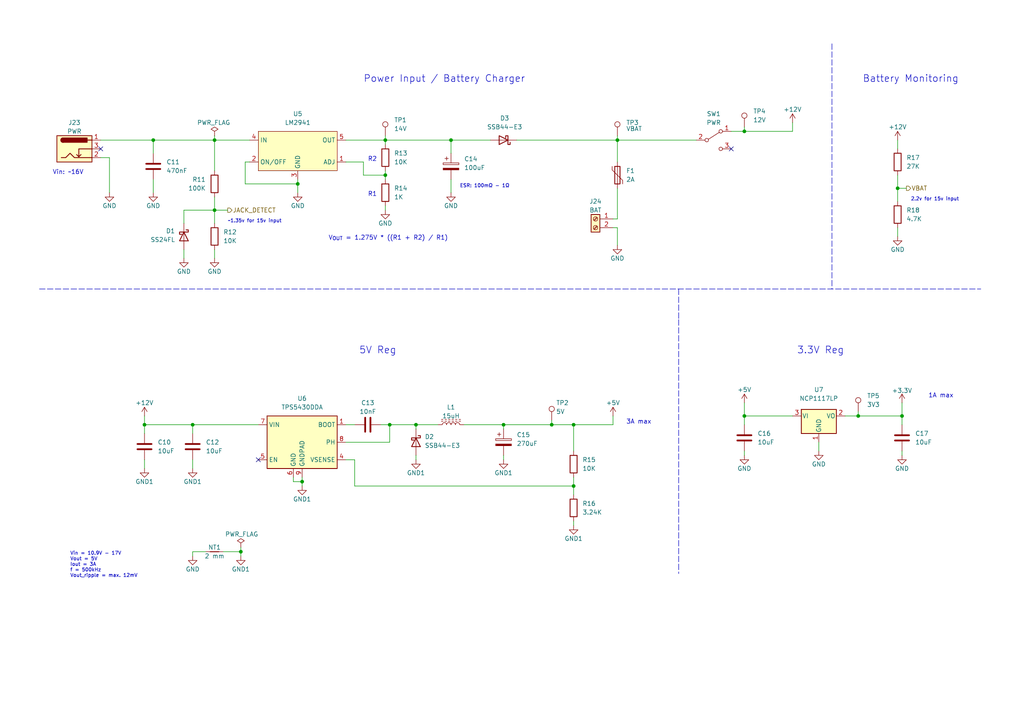
<source format=kicad_sch>
(kicad_sch (version 20211123) (generator eeschema)
  (paper "A4")
  (title_block (title "SW32 - Base Board") (date "2022-10-19") (rev "1") (company "saawsm"))
  (lib_symbols
    (symbol "Connector:Barrel_Jack_Switch" (pin_names hide)
      (property "Reference" "J" (at 0 5.334 0))
      (property "Value" "Barrel_Jack_Switch" (at 0 -5.08 0))
      (symbol "Barrel_Jack_Switch_0_1"
        (rectangle (start -5.08 3.81) (end 5.08 -3.81) (stroke (width 0.254)) (fill (type background)))
        (arc (start -3.302 3.175) (mid -3.937 2.54) (end -3.302 1.905) (stroke (width 0.254)))
        (arc (start -3.302 3.175) (mid -3.937 2.54) (end -3.302 1.905) (stroke (width 0.254)) (fill (type outline)))
        (polyline (pts (xy 1.27 -2.286) (xy 1.905 -1.651)) (stroke (width 0.254)))
        (polyline (pts (xy 5.08 2.54) (xy 3.81 2.54)) (stroke (width 0.254)))
        (polyline (pts (xy 5.08 0) (xy 1.27 0) (xy 1.27 -2.286) (xy 0.635 -1.651)) (stroke (width 0.254)))
        (polyline (pts (xy -3.81 -2.54) (xy -2.54 -2.54) (xy -1.27 -1.27) (xy 0 -2.54) (xy 2.54 -2.54) (xy 5.08 -2.54)) (stroke (width 0.254)))
        (rectangle (start 3.683 3.175) (end -3.302 1.905) (stroke (width 0.254)) (fill (type outline)))
      )
      (symbol "Barrel_Jack_Switch_1_1"
        (pin passive line (at 7.62 2.54 180) (length 2.54) (name "~") (number "1"))
        (pin passive line (at 7.62 -2.54 180) (length 2.54) (name "~") (number "2"))
        (pin passive line (at 7.62 0 180) (length 2.54) (name "~") (number "3"))
      )
    )
    (symbol "Connector:Screw_Terminal_01x02" (pin_names (offset 1.016) hide)
      (property "Reference" "J" (at 0 2.54 0))
      (property "Value" "Screw_Terminal_01x02" (at 0 -5.08 0))
      (symbol "Screw_Terminal_01x02_1_1"
        (rectangle (start -1.27 1.27) (end 1.27 -3.81) (stroke (width 0.254)) (fill (type background)))
        (circle (center 0 -2.54) (radius 0.635) (stroke (width 0.1524)))
        (polyline (pts (xy -0.5334 -2.2098) (xy 0.3302 -3.048)) (stroke (width 0.1524)))
        (polyline (pts (xy -0.5334 0.3302) (xy 0.3302 -0.508)) (stroke (width 0.1524)))
        (polyline (pts (xy -0.3556 -2.032) (xy 0.508 -2.8702)) (stroke (width 0.1524)))
        (polyline (pts (xy -0.3556 0.508) (xy 0.508 -0.3302)) (stroke (width 0.1524)))
        (circle (center 0 0) (radius 0.635) (stroke (width 0.1524)))
        (pin passive line (at -5.08 0 0) (length 3.81) (name "Pin_1") (number "1"))
        (pin passive line (at -5.08 -2.54 0) (length 3.81) (name "Pin_2") (number "2"))
      )
    )
    (symbol "Connector:TestPoint" (pin_numbers hide) (pin_names (offset 0.762) hide)
      (property "Reference" "TP" (at 0 6.858 0))
      (property "Value" "TestPoint" (at 0 5.08 0))
      (symbol "TestPoint_0_1"
        (circle (center 0 3.302) (radius 0.762))
      )
      (symbol "TestPoint_1_1"
        (pin passive line (at 0 0 90) (length 2.54) (name "1") (number "1"))
      )
    )
    (symbol "Device:C" (pin_numbers hide) (pin_names (offset 0.254))
      (property "Reference" "C" (at 0.635 2.54 0))
      (property "Value" "C" (at 0.635 -2.54 0))
      (symbol "C_0_1"
        (polyline (pts (xy -2.032 -0.762) (xy 2.032 -0.762)) (stroke (width 0.508)))
        (polyline (pts (xy -2.032 0.762) (xy 2.032 0.762)) (stroke (width 0.508)))
      )
      (symbol "C_1_1"
        (pin passive line (at 0 3.81 270) (length 2.794) (name "~") (number "1"))
        (pin passive line (at 0 -3.81 90) (length 2.794) (name "~") (number "2"))
      )
    )
    (symbol "Device:C_Polarized" (pin_numbers hide) (pin_names (offset 0.254))
      (property "Reference" "C" (at 0.635 2.54 0))
      (property "Value" "C_Polarized" (at 0.635 -2.54 0))
      (symbol "C_Polarized_0_1"
        (rectangle (start -2.286 0.508) (end 2.286 1.016))
        (polyline (pts (xy -1.778 2.286) (xy -0.762 2.286)))
        (polyline (pts (xy -1.27 2.794) (xy -1.27 1.778)))
        (rectangle (start 2.286 -0.508) (end -2.286 -1.016) (fill (type outline)))
      )
      (symbol "C_Polarized_1_1"
        (pin passive line (at 0 3.81 270) (length 2.794) (name "~") (number "1"))
        (pin passive line (at 0 -3.81 90) (length 2.794) (name "~") (number "2"))
      )
    )
    (symbol "Device:D_Schottky" (pin_numbers hide) (pin_names (offset 1.016) hide)
      (property "Reference" "D" (at 0 2.54 0))
      (property "Value" "D_Schottky" (at 0 -2.54 0))
      (symbol "D_Schottky_0_1"
        (polyline (pts (xy 1.27 0) (xy -1.27 0)))
        (polyline (pts (xy 1.27 1.27) (xy 1.27 -1.27) (xy -1.27 0) (xy 1.27 1.27)) (stroke (width 0.254)))
        (polyline (pts (xy -1.905 0.635) (xy -1.905 1.27) (xy -1.27 1.27) (xy -1.27 -1.27) (xy -0.635 -1.27) (xy -0.635 -0.635)) (stroke (width 0.254)))
      )
      (symbol "D_Schottky_1_1"
        (pin passive line (at -3.81 0 0) (length 2.54) (name "K") (number "1"))
        (pin passive line (at 3.81 0 180) (length 2.54) (name "A") (number "2"))
      )
    )
    (symbol "Device:L_Ferrite" (pin_numbers hide) (pin_names (offset 1.016) hide)
      (property "Reference" "L" (at -1.27 0 90))
      (property "Value" "L_Ferrite" (at 2.794 0 90))
      (symbol "L_Ferrite_0_1"
        (arc (start 0 -2.54) (mid 0.635 -1.905) (end 0 -1.27))
        (arc (start 0 -1.27) (mid 0.635 -0.635) (end 0 0))
        (polyline (pts (xy 1.016 -2.794) (xy 1.016 -2.286)))
        (polyline (pts (xy 1.016 -1.778) (xy 1.016 -1.27)))
        (polyline (pts (xy 1.016 -0.762) (xy 1.016 -0.254)))
        (polyline (pts (xy 1.016 0.254) (xy 1.016 0.762)))
        (polyline (pts (xy 1.016 1.27) (xy 1.016 1.778)))
        (polyline (pts (xy 1.016 2.286) (xy 1.016 2.794)))
        (polyline (pts (xy 1.524 -2.286) (xy 1.524 -2.794)))
        (polyline (pts (xy 1.524 -1.27) (xy 1.524 -1.778)))
        (polyline (pts (xy 1.524 -0.254) (xy 1.524 -0.762)))
        (polyline (pts (xy 1.524 0.762) (xy 1.524 0.254)))
        (polyline (pts (xy 1.524 1.778) (xy 1.524 1.27)))
        (polyline (pts (xy 1.524 2.794) (xy 1.524 2.286)))
        (arc (start 0 0) (mid 0.635 0.635) (end 0 1.27))
        (arc (start 0 1.27) (mid 0.635 1.905) (end 0 2.54))
      )
      (symbol "L_Ferrite_1_1"
        (pin passive line (at 0 3.81 270) (length 1.27) (name "1") (number "1"))
        (pin passive line (at 0 -3.81 90) (length 1.27) (name "2") (number "2"))
      )
    )
    (symbol "Device:NetTie_2" (pin_numbers hide) (pin_names (offset 0) hide)
      (property "Reference" "NT" (at 0 1.27 0))
      (property "Value" "NetTie_2" (at 0 -1.27 0))
      (symbol "NetTie_2_0_1"
        (polyline (pts (xy -1.27 0) (xy 1.27 0)) (stroke (width 0.254)))
      )
      (symbol "NetTie_2_1_1"
        (pin passive line (at -2.54 0 0) (length 2.54) (name "1") (number "1"))
        (pin passive line (at 2.54 0 180) (length 2.54) (name "2") (number "2"))
      )
    )
    (symbol "Device:Polyfuse" (pin_numbers hide) (pin_names (offset 0))
      (property "Reference" "F" (at -2.54 0 90))
      (property "Value" "Polyfuse" (at 2.54 0 90))
      (symbol "Polyfuse_0_1"
        (rectangle (start -0.762 2.54) (end 0.762 -2.54) (stroke (width 0.254)))
        (polyline (pts (xy 0 2.54) (xy 0 -2.54)))
        (polyline (pts (xy -1.524 2.54) (xy -1.524 1.524) (xy 1.524 -1.524) (xy 1.524 -2.54)))
      )
      (symbol "Polyfuse_1_1"
        (pin passive line (at 0 3.81 270) (length 1.27) (name "~") (number "1"))
        (pin passive line (at 0 -3.81 90) (length 1.27) (name "~") (number "2"))
      )
    )
    (symbol "Device:R" (pin_numbers hide) (pin_names (offset 0))
      (property "Reference" "R" (at 2.032 0 90))
      (property "Value" "R" (at 0 0 90))
      (symbol "R_0_1"
        (rectangle (start -1.016 -2.54) (end 1.016 2.54) (stroke (width 0.254)))
      )
      (symbol "R_1_1"
        (pin passive line (at 0 3.81 270) (length 1.27) (name "~") (number "1"))
        (pin passive line (at 0 -3.81 90) (length 1.27) (name "~") (number "2"))
      )
    )
    (symbol "Regulator_Linear:NCP1117-3.3_SOT223" (pin_names (offset 0.254))
      (property "Reference" "U" (at -3.81 3.175 0))
      (property "Value" "NCP1117-3.3_SOT223" (at 0 3.175 0))
      (symbol "NCP1117-3.3_SOT223_0_1"
        (rectangle (start -5.08 -5.08) (end 5.08 1.905) (stroke (width 0.254)) (fill (type background)))
      )
      (symbol "NCP1117-3.3_SOT223_1_1"
        (pin power_in line (at 0 -7.62 90) (length 2.54) (name "GND") (number "1"))
        (pin power_out line (at 7.62 0 180) (length 2.54) (name "VO") (number "2"))
        (pin power_in line (at -7.62 0 0) (length 2.54) (name "VI") (number "3"))
      )
    )
    (symbol "Regulator_Switching:TPS5430DDA"
      (property "Reference" "U" (at -10.16 8.89 0))
      (property "Value" "TPS5430DDA" (at -1.27 8.89 0))
      (symbol "TPS5430DDA_0_1"
        (rectangle (start -10.16 7.62) (end 10.16 -7.62) (stroke (width 0.254)) (fill (type background)))
      )
      (symbol "TPS5430DDA_1_1"
        (pin input line (at 12.7 5.08 180) (length 2.54) (name "BOOT") (number "1"))
        (pin no_connect line (at -10.16 2.54 0) (length 2.54) hide (name "NC") (number "2"))
        (pin no_connect line (at -10.16 -2.54 0) (length 2.54) hide (name "NC") (number "3"))
        (pin input line (at 12.7 -5.08 180) (length 2.54) (name "VSENSE") (number "4"))
        (pin input line (at -12.7 -5.08 0) (length 2.54) (name "EN") (number "5"))
        (pin power_in line (at -2.54 -10.16 90) (length 2.54) (name "GND") (number "6"))
        (pin power_in line (at -12.7 5.08 0) (length 2.54) (name "VIN") (number "7"))
        (pin output line (at 12.7 0 180) (length 2.54) (name "PH") (number "8"))
        (pin power_in line (at 0 -10.16 90) (length 2.54) (name "GNDPAD") (number "9"))
      )
    )
    (symbol "SaawLib:LM2941"
      (property "Reference" "U" (at 0 7.62 0))
      (property "Value" "LM2941" (at 7.62 -6.35 0))
      (symbol "LM2941_0_1"
        (rectangle (start -11.43 6.35) (end 11.43 -5.08) (fill (type background)))
      )
      (symbol "LM2941_1_1"
        (pin input line (at 13.97 -2.54 180) (length 2.54) (name "ADJ") (number "1"))
        (pin input line (at -13.97 -2.54 0) (length 2.54) (name "ON/OFF") (number "2"))
        (pin power_in line (at 0 -7.62 90) (length 2.54) (name "GND") (number "3"))
        (pin power_in line (at -13.97 3.81 0) (length 2.54) (name "IN") (number "4"))
        (pin power_out line (at 13.97 3.81 180) (length 2.54) (name "OUT") (number "5"))
      )
    )
    (symbol "Switch:SW_SPDT" (pin_names (offset 0) hide)
      (property "Reference" "SW" (at 0 4.318 0))
      (property "Value" "SW_SPDT" (at 0 -5.08 0))
      (symbol "SW_SPDT_0_0"
        (circle (center -2.032 0) (radius 0.508))
        (circle (center 2.032 -2.54) (radius 0.508))
      )
      (symbol "SW_SPDT_0_1"
        (polyline (pts (xy -1.524 0.254) (xy 1.651 2.286)))
        (circle (center 2.032 2.54) (radius 0.508))
      )
      (symbol "SW_SPDT_1_1"
        (pin passive line (at 5.08 2.54 180) (length 2.54) (name "A") (number "1"))
        (pin passive line (at -5.08 0 0) (length 2.54) (name "B") (number "2"))
        (pin passive line (at 5.08 -2.54 180) (length 2.54) (name "C") (number "3"))
      )
    )
    (symbol "power:+12V" (power) (pin_names (offset 0))
      (property "Value" "+12V" (at 0 3.556 0))
      (symbol "+12V_0_1"
        (polyline (pts (xy -0.762 1.27) (xy 0 2.54)))
        (polyline (pts (xy 0 0) (xy 0 2.54)))
        (polyline (pts (xy 0 2.54) (xy 0.762 1.27)))
      )
      (symbol "+12V_1_1"
        (pin power_in line (at 0 0 90) (length 0) hide (name "+12V") (number "1"))
      )
    )
    (symbol "power:+3.3V" (power) (pin_names (offset 0))
      (property "Value" "+3.3V" (at 0 3.556 0))
      (symbol "+3.3V_0_1"
        (polyline (pts (xy -0.762 1.27) (xy 0 2.54)))
        (polyline (pts (xy 0 0) (xy 0 2.54)))
        (polyline (pts (xy 0 2.54) (xy 0.762 1.27)))
      )
      (symbol "+3.3V_1_1"
        (pin power_in line (at 0 0 90) (length 0) hide (name "+3.3V") (number "1"))
      )
    )
    (symbol "power:+5V" (power) (pin_names (offset 0))
      (property "Value" "+5V" (at 0 3.556 0))
      (symbol "+5V_0_1"
        (polyline (pts (xy -0.762 1.27) (xy 0 2.54)))
        (polyline (pts (xy 0 0) (xy 0 2.54)))
        (polyline (pts (xy 0 2.54) (xy 0.762 1.27)))
      )
      (symbol "+5V_1_1"
        (pin power_in line (at 0 0 90) (length 0) hide (name "+5V") (number "1"))
      )
    )
    (symbol "power:GND" (power) (pin_names (offset 0))
      (property "Value" "GND" (at 0 -3.81 0))
      (symbol "GND_0_1"
        (polyline (pts (xy 0 0) (xy 0 -1.27) (xy 1.27 -1.27) (xy 0 -2.54) (xy -1.27 -1.27) (xy 0 -1.27)))
      )
      (symbol "GND_1_1"
        (pin power_in line (at 0 0 270) (length 0) hide (name "GND") (number "1"))
      )
    )
    (symbol "power:GND1" (power) (pin_names (offset 0))
      (property "Value" "GND1" (at 0 -3.81 0))
      (symbol "GND1_0_1"
        (polyline (pts (xy 0 0) (xy 0 -1.27) (xy 1.27 -1.27) (xy 0 -2.54) (xy -1.27 -1.27) (xy 0 -1.27)))
      )
      (symbol "GND1_1_1"
        (pin power_in line (at 0 0 270) (length 0) hide (name "GND1") (number "1"))
      )
    )
    (symbol "power:PWR_FLAG" (power) (pin_numbers hide) (pin_names (offset 0) hide)
      (property "Value" "PWR_FLAG" (at 0 3.81 0))
      (symbol "PWR_FLAG_0_0"
        (pin power_out line (at 0 0 90) (length 0) (name "pwr") (number "1"))
      )
      (symbol "PWR_FLAG_0_1"
        (polyline (pts (xy 0 0) (xy 0 1.27) (xy -1.016 1.905) (xy 0 2.54) (xy 1.016 1.905) (xy 0 1.27)))
      )
    )
  )
  (junction (at 111.76 50.8))
  (junction (at 69.85 160.02))
  (junction (at 55.88 123.19))
  (junction (at 160.02 123.19))
  (junction (at 44.45 40.64))
  (junction (at 130.81 40.64))
  (junction (at 113.03 123.19))
  (junction (at 62.23 60.96))
  (junction (at 146.05 123.19))
  (junction (at 166.37 123.19))
  (junction (at 260.35 54.61))
  (junction (at 215.9 38.1))
  (junction (at 248.92 120.65))
  (junction (at 261.62 120.65))
  (junction (at 179.07 40.64))
  (junction (at 87.63 139.7))
  (junction (at 111.76 40.64))
  (junction (at 120.65 123.19))
  (junction (at 86.36 53.34))
  (junction (at 62.23 40.64))
  (junction (at 41.91 123.19))
  (junction (at 166.37 140.97))
  (junction (at 215.9 120.65))
  (no_connect (at 212.09 43.18))
  (no_connect (at 29.21 43.18))
  (no_connect (at 74.93 133.35))
  (wire (pts (xy 166.37 138.43) (xy 166.37 140.97)))
  (wire (pts (xy 260.35 50.8) (xy 260.35 54.61)))
  (wire (pts (xy 166.37 151.13) (xy 166.37 152.4)))
  (wire (pts (xy 71.12 46.99) (xy 71.12 53.34)))
  (wire (pts (xy 69.85 158.75) (xy 69.85 160.02)))
  (wire (pts (xy 55.88 133.35) (xy 55.88 135.89)))
  (wire (pts (xy 41.91 123.19) (xy 55.88 123.19)))
  (wire (pts (xy 44.45 40.64) (xy 44.45 44.45)))
  (wire (pts (xy 215.9 36.83) (xy 215.9 38.1)))
  (wire (pts (xy 55.88 123.19) (xy 74.93 123.19)))
  (wire (pts (xy 87.63 139.7) (xy 85.09 139.7)))
  (wire (pts (xy 100.33 123.19) (xy 102.87 123.19)))
  (wire (pts (xy 260.35 54.61) (xy 262.89 54.61)))
  (wire (pts (xy 53.34 72.39) (xy 53.34 74.93)))
  (wire (pts (xy 44.45 40.64) (xy 62.23 40.64)))
  (wire (pts (xy 31.75 45.72) (xy 31.75 55.88)))
  (wire (pts (xy 55.88 161.29) (xy 55.88 160.02)))
  (wire (pts (xy 120.65 132.08) (xy 120.65 133.35)))
  (wire (pts (xy 87.63 139.7) (xy 87.63 140.97)))
  (wire (pts (xy 69.85 160.02) (xy 64.77 160.02)))
  (wire (pts (xy 111.76 50.8) (xy 111.76 52.07)))
  (wire (pts (xy 44.45 52.07) (xy 44.45 55.88)))
  (wire (pts (xy 72.39 46.99) (xy 71.12 46.99)))
  (wire (pts (xy 248.92 120.65) (xy 245.11 120.65)))
  (wire (pts (xy 215.9 116.84) (xy 215.9 120.65)))
  (wire (pts (xy 120.65 123.19) (xy 120.65 124.46)))
  (wire (pts (xy 146.05 132.08) (xy 146.05 133.35)))
  (wire (pts (xy 102.87 133.35) (xy 102.87 140.97)))
  (wire (pts (xy 130.81 40.64) (xy 142.24 40.64)))
  (wire (pts (xy 111.76 40.64) (xy 111.76 41.91)))
  (wire (pts (xy 177.8 63.5) (xy 179.07 63.5)))
  (wire (pts (xy 179.07 63.5) (xy 179.07 54.61)))
  (wire (pts (xy 111.76 40.64) (xy 130.81 40.64)))
  (wire (pts (xy 62.23 57.15) (xy 62.23 60.96)))
  (wire (pts (xy 130.81 52.07) (xy 130.81 55.88)))
  (wire (pts (xy 86.36 53.34) (xy 86.36 55.88)))
  (wire (pts (xy 212.09 38.1) (xy 215.9 38.1)))
  (wire (pts (xy 113.03 123.19) (xy 120.65 123.19)))
  (wire (pts (xy 55.88 123.19) (xy 55.88 125.73)))
  (polyline (pts (xy 196.85 92.71) (xy 196.85 166.37)))
  (wire (pts (xy 41.91 133.35) (xy 41.91 135.89)))
  (wire (pts (xy 166.37 123.19) (xy 160.02 123.19)))
  (wire (pts (xy 62.23 40.64) (xy 72.39 40.64)))
  (wire (pts (xy 62.23 39.37) (xy 62.23 40.64)))
  (wire (pts (xy 177.8 66.04) (xy 179.07 66.04)))
  (wire (pts (xy 69.85 161.29) (xy 69.85 160.02)))
  (wire (pts (xy 53.34 64.77) (xy 53.34 60.96)))
  (wire (pts (xy 179.07 39.37) (xy 179.07 40.64)))
  (wire (pts (xy 260.35 54.61) (xy 260.35 58.42)))
  (wire (pts (xy 85.09 138.43) (xy 85.09 139.7)))
  (wire (pts (xy 113.03 123.19) (xy 110.49 123.19)))
  (wire (pts (xy 215.9 130.81) (xy 215.9 132.08)))
  (wire (pts (xy 130.81 40.64) (xy 130.81 44.45)))
  (wire (pts (xy 261.62 120.65) (xy 261.62 116.84)))
  (wire (pts (xy 62.23 40.64) (xy 62.23 49.53)))
  (wire (pts (xy 100.33 128.27) (xy 113.03 128.27)))
  (wire (pts (xy 100.33 40.64) (xy 111.76 40.64)))
  (wire (pts (xy 166.37 140.97) (xy 166.37 143.51)))
  (wire (pts (xy 100.33 133.35) (xy 102.87 133.35)))
  (wire (pts (xy 146.05 124.46) (xy 146.05 123.19)))
  (wire (pts (xy 260.35 40.64) (xy 260.35 43.18)))
  (wire (pts (xy 160.02 121.92) (xy 160.02 123.19)))
  (wire (pts (xy 229.87 35.56) (xy 229.87 38.1)))
  (wire (pts (xy 229.87 38.1) (xy 215.9 38.1)))
  (wire (pts (xy 41.91 123.19) (xy 41.91 125.73)))
  (wire (pts (xy 41.91 120.65) (xy 41.91 123.19)))
  (wire (pts (xy 111.76 39.37) (xy 111.76 40.64)))
  (wire (pts (xy 146.05 123.19) (xy 160.02 123.19)))
  (wire (pts (xy 179.07 40.64) (xy 179.07 46.99)))
  (wire (pts (xy 111.76 49.53) (xy 111.76 50.8)))
  (wire (pts (xy 102.87 140.97) (xy 166.37 140.97)))
  (wire (pts (xy 87.63 138.43) (xy 87.63 139.7)))
  (wire (pts (xy 261.62 130.81) (xy 261.62 132.08)))
  (wire (pts (xy 111.76 50.8) (xy 105.41 50.8)))
  (wire (pts (xy 53.34 60.96) (xy 62.23 60.96)))
  (wire (pts (xy 111.76 59.69) (xy 111.76 60.96)))
  (wire (pts (xy 100.33 46.99) (xy 105.41 46.99)))
  (wire (pts (xy 31.75 45.72) (xy 29.21 45.72)))
  (wire (pts (xy 113.03 128.27) (xy 113.03 123.19)))
  (wire (pts (xy 134.62 123.19) (xy 146.05 123.19)))
  (wire (pts (xy 149.86 40.64) (xy 179.07 40.64)))
  (wire (pts (xy 179.07 40.64) (xy 201.93 40.64)))
  (wire (pts (xy 177.8 120.65) (xy 177.8 123.19)))
  (wire (pts (xy 260.35 66.04) (xy 260.35 68.58)))
  (polyline (pts (xy 11.43 83.82) (xy 284.48 83.82)))
  (wire (pts (xy 55.88 160.02) (xy 59.69 160.02)))
  (wire (pts (xy 237.49 130.81) (xy 237.49 128.27)))
  (wire (pts (xy 86.36 52.07) (xy 86.36 53.34)))
  (wire (pts (xy 62.23 60.96) (xy 66.04 60.96)))
  (wire (pts (xy 62.23 72.39) (xy 62.23 74.93)))
  (wire (pts (xy 179.07 71.12) (xy 179.07 66.04)))
  (wire (pts (xy 120.65 123.19) (xy 127 123.19)))
  (polyline (pts (xy 241.3 12.7) (xy 241.3 83.82)))
  (wire (pts (xy 105.41 50.8) (xy 105.41 46.99)))
  (wire (pts (xy 215.9 120.65) (xy 215.9 123.19)))
  (wire (pts (xy 248.92 120.65) (xy 261.62 120.65)))
  (wire (pts (xy 261.62 120.65) (xy 261.62 123.19)))
  (wire (pts (xy 166.37 130.81) (xy 166.37 123.19)))
  (wire (pts (xy 166.37 123.19) (xy 177.8 123.19)))
  (wire (pts (xy 215.9 120.65) (xy 229.87 120.65)))
  (polyline (pts (xy 196.85 83.82) (xy 196.85 92.71)))
  (wire (pts (xy 62.23 60.96) (xy 62.23 64.77)))
  (wire (pts (xy 248.92 119.38) (xy 248.92 120.65)))
  (wire (pts (xy 29.21 40.64) (xy 44.45 40.64)))
  (wire (pts (xy 71.12 53.34) (xy 86.36 53.34)))
  (text "R2" (at 106.68 46.99 0) (effects (font (size 1.27 1.27)) (justify left bottom)))
  (text "Vin = 10.9V - 17V\nVout = 5V\nIout = 3A\nf = 500kHz\nVout_ripple = max. 12mV" (at 20.32 167.64 0) (effects (font (size 1 1)) (justify left bottom)))
  (text "V_{OUT} = 1.275V * ((R1 + R2) / R1)" (at 95.25 69.85 0) (effects (font (size 1.27 1.27)) (justify left bottom)))
  (text "ESR: 100mΩ - 1Ω" (at 133.35 54.61 0) (effects (font (size 1 1)) (justify left bottom)))
  (text "Battery Monitoring" (at 250.19 24.13 0) (effects (font (size 2 2)) (justify left bottom)))
  (text "2.2v for 15v input" (at 264.16 58.42 0) (effects (font (size 0.9906 0.9906)) (justify left bottom)))
  (text "~1.35v for 15v input" (at 66.04 64.77 0) (effects (font (size 0.9906 0.9906)) (justify left bottom)))
  (text "Vin: ~16V" (at 15.24 50.8 0) (effects (font (size 1.27 1.27)) (justify left bottom)))
  (text "3.3V Reg" (at 231.14 102.87 0) (effects (font (size 2 2)) (justify left bottom)))
  (text "Power Input / Battery Charger" (at 105.41 24.13 0) (effects (font (size 2 2)) (justify left bottom)))
  (text "5V Reg" (at 104.14 102.87 0) (effects (font (size 2 2)) (justify left bottom)))
  (text "R1" (at 106.68 57.15 0) (effects (font (size 1.27 1.27)) (justify left bottom)))
  (text "3A max" (at 181.61 123.19 0) (effects (font (size 1.27 1.27)) (justify left bottom)))
  (text "1A max" (at 269.24 115.57 0) (effects (font (size 1.27 1.27)) (justify left bottom)))
  (hierarchical_label "VBAT" (shape output) (at 262.89 54.61 0))
  (hierarchical_label "JACK_DETECT" (shape output) (at 66.04 60.96 0))
  (symbol (lib_id "Device:C") (at 215.9 127 0) (unit 1)
    (property "Reference" "C16" (at 219.71 125.7299 0) (effects (justify left)))
    (property "Value" "10uF" (at 219.71 128.2699 0) (effects (justify left)))
    (property "Footprint" "Capacitor_SMD:C_0603_1608Metric" (effects hide))
    (property "LCSC" "C96446" (effects hide))
    (property "MOUSER" "187-CL10A106MA8NRNC" (effects hide))
    (property "MPN" "CL10A106MA8NRNC" (effects hide))
  )
  (symbol (lib_id "power:GND1") (at 87.63 140.97 0) (unit 1)
    (property "Reference" "#PWR070" (effects hide))
    (property "Value" "GND1" (at 87.63 144.78 0))
  )
  (symbol (lib_id "power:GND") (at 53.34 74.93 0) (mirror y) (unit 1)
    (property "Reference" "#PWR064" (effects hide))
    (property "Value" "GND" (at 53.34 78.74 0))
  )
  (symbol (lib_id "power:+12V") (at 41.91 120.65 0) (unit 1)
    (property "Reference" "#PWR061" (effects hide))
    (property "Value" "+12V" (at 41.91 116.84 0))
  )
  (symbol (lib_id "Connector:TestPoint") (at 179.07 39.37 0) (unit 1) (in_bom no)
    (property "Reference" "TP3" (at 181.61 35.56 0) (effects (justify left)))
    (property "Value" "VBAT" (at 181.61 37.3379 0) (effects (justify left)))
    (property "Footprint" "TestPoint:TestPoint_Pad_D1.5mm" (effects hide))
  )
  (symbol (lib_id "power:GND") (at 86.36 55.88 0) (unit 1)
    (property "Reference" "#PWR069" (effects hide))
    (property "Value" "GND" (at 86.36 59.69 0))
  )
  (symbol (lib_id "Device:C") (at 106.68 123.19 90) (unit 1)
    (property "Reference" "C13" (at 106.68 116.84 90))
    (property "Value" "10nF" (at 106.68 119.38 90))
    (property "Footprint" "Capacitor_SMD:C_0603_1608Metric" (effects hide))
    (property "LCSC" "C1589" (effects hide))
    (property "MOUSER" "187-CL10B103KB8NNNC" (effects hide))
    (property "MPN" "CL10B103KB8NNNC" (effects hide))
  )
  (symbol (lib_id "power:+12V") (at 229.87 35.56 0) (unit 1)
    (property "Reference" "#PWR080" (effects hide))
    (property "Value" "+12V" (at 229.87 31.75 0))
  )
  (symbol (lib_id "Device:D_Schottky") (at 53.34 68.58 270) (unit 1)
    (property "Reference" "D1" (at 50.8 66.9924 90) (effects (justify right)))
    (property "Value" "SS24FL" (at 50.8 69.5324 90) (effects (justify right)))
    (property "Footprint" "Diode_SMD:D_SOD-123F" (effects hide))
    (property "LCSC" "C894433" (effects hide))
    (property "MOUSER" "512-SS24FL" (effects hide))
    (property "MPN" "SS24FL" (effects hide))
  )
  (symbol (lib_id "power:GND") (at 111.76 60.96 0) (unit 1)
    (property "Reference" "#PWR071" (effects hide))
    (property "Value" "GND" (at 111.76 64.77 0))
  )
  (symbol (lib_id "power:GND") (at 260.35 68.58 0) (unit 1)
    (property "Reference" "#PWR083" (effects hide))
    (property "Value" "GND" (at 260.35 72.39 0))
  )
  (symbol (lib_id "power:GND") (at 62.23 74.93 0) (mirror y) (unit 1)
    (property "Reference" "#PWR067" (effects hide))
    (property "Value" "GND" (at 62.23 78.74 0))
  )
  (symbol (lib_id "power:+5V") (at 215.9 116.84 0) (unit 1)
    (property "Reference" "#PWR078" (effects hide))
    (property "Value" "+5V" (at 215.9 113.03 0))
  )
  (symbol (lib_id "Regulator_Linear:NCP1117-3.3_SOT223") (at 237.49 120.65 0) (unit 1)
    (property "Reference" "U7" (at 237.49 113.03 0))
    (property "Value" "NCP1117LP" (at 237.49 115.57 0))
    (property "Footprint" "Package_TO_SOT_SMD:SOT-223-3_TabPin2" (effects hide))
    (property "Datasheet" "http://www.onsemi.com/pub_link/Collateral/NCP1117-D.PDF" (effects hide))
    (property "LCSC" "C146799" (effects hide))
    (property "MPN" "NCP1117LPST33T3G" (effects hide))
    (property "MOUSER" "863-NCP1117LPST33T3G" (effects hide))
  )
  (symbol (lib_id "power:GND1") (at 69.85 161.29 0) (mirror y) (unit 1)
    (property "Reference" "#PWR068" (effects hide))
    (property "Value" "GND1" (at 69.85 165.1 0))
  )
  (symbol (lib_id "power:GND") (at 44.45 55.88 0) (unit 1)
    (property "Reference" "#PWR063" (effects hide))
    (property "Value" "GND" (at 44.45 59.69 0))
  )
  (symbol (lib_id "power:PWR_FLAG") (at 62.23 39.37 0) (unit 1)
    (property "Reference" "#FLG05" (effects hide))
    (property "Value" "PWR_FLAG" (at 57.15 35.56 0) (effects (justify left)))
  )
  (symbol (lib_id "power:GND") (at 130.81 55.88 0) (unit 1)
    (property "Reference" "#PWR073" (effects hide))
    (property "Value" "GND" (at 130.81 59.69 0))
  )
  (symbol (lib_id "power:GND") (at 179.07 71.12 0) (unit 1)
    (property "Reference" "#PWR077" (effects hide))
    (property "Value" "GND" (at 179.07 74.93 0))
  )
  (symbol (lib_id "Device:C") (at 44.45 48.26 0) (unit 1)
    (property "Reference" "C11" (at 48.26 46.9899 0) (effects (justify left)))
    (property "Value" "470nF" (at 48.26 49.5299 0) (effects (justify left)))
    (property "Footprint" "Capacitor_SMD:C_0603_1608Metric" (effects hide))
    (property "LCSC" "C170149" (effects hide))
    (property "MOUSER" "187-CL10A474KB8NNNC" (effects hide))
    (property "MPN" "CL10A474KB8NNNC" (effects hide))
  )
  (symbol (lib_id "Device:R") (at 62.23 68.58 0) (mirror y) (unit 1)
    (property "Reference" "R12" (at 64.77 67.3099 0) (effects (justify right)))
    (property "Value" "10K" (at 64.77 69.8499 0) (effects (justify right)))
    (property "Footprint" "Resistor_SMD:R_0603_1608Metric" (effects hide))
    (property "MOUSER" "603-RC0603FR-0710KL" (effects hide))
    (property "MPN" "RC0603FR-0710KL" (effects hide))
    (property "LCSC" "C98220" (effects hide))
  )
  (symbol (lib_id "Device:R") (at 111.76 55.88 0) (unit 1)
    (property "Reference" "R14" (at 114.3 54.6099 0) (effects (justify left)))
    (property "Value" "1K" (at 114.3 57.1499 0) (effects (justify left)))
    (property "Footprint" "Resistor_SMD:R_0603_1608Metric" (effects hide))
    (property "MOUSER" "603-RC0603FR-071KL" (effects hide))
    (property "MPN" "RC0603FR-071KL" (effects hide))
    (property "LCSC" "C22548" (effects hide))
  )
  (symbol (lib_id "power:PWR_FLAG") (at 69.85 158.75 0) (mirror y) (unit 1)
    (property "Reference" "#FLG06" (effects hide))
    (property "Value" "PWR_FLAG" (at 74.93 154.94 0) (effects (justify left)))
  )
  (symbol (lib_id "Device:Polyfuse") (at 179.07 50.8 180) (unit 1)
    (property "Reference" "F1" (at 181.61 49.5299 0) (effects (justify right)))
    (property "Value" "2A" (at 181.61 52.0699 0) (effects (justify right)))
    (property "Footprint" "Fuse:Fuse_Littelfuse-LVR200" (effects hide))
    (property "LCSC" "C1562345" (effects hide))
    (property "MOUSER" "650-LVR200S-240" (effects hide))
    (property "MPN" "LVR200S-240" (effects hide))
  )
  (symbol (lib_id "Connector:TestPoint") (at 215.9 36.83 0) (unit 1) (in_bom no)
    (property "Reference" "TP4" (at 218.44 32.2579 0) (effects (justify left)))
    (property "Value" "12V" (at 218.44 34.7979 0) (effects (justify left)))
    (property "Footprint" "TestPoint:TestPoint_Pad_D1.5mm" (effects hide))
  )
  (symbol (lib_id "Device:R") (at 166.37 134.62 180) (unit 1)
    (property "Reference" "R15" (at 168.91 133.3499 0) (effects (justify right)))
    (property "Value" "10K" (at 168.91 135.8899 0) (effects (justify right)))
    (property "Footprint" "Resistor_SMD:R_0603_1608Metric" (effects hide))
    (property "MOUSER" "603-RC0603FR-0710KL" (effects hide))
    (property "MPN" "RC0603FR-0710KL" (effects hide))
    (property "LCSC" "C98220" (effects hide))
  )
  (symbol (lib_id "Device:C_Polarized") (at 146.05 128.27 0) (unit 1)
    (property "Reference" "C15" (at 149.86 126.1109 0) (effects (justify left)))
    (property "Value" "270uF" (at 149.86 128.6509 0) (effects (justify left)))
    (property "Footprint" "Capacitor_SMD:CP_Elec_8x6.9" (effects hide))
    (property "MPN" "16SVPF270M" (effects hide))
    (property "LCSC" "C136278" (effects hide))
    (property "MOUSER" "667-16SVPF270M" (effects hide))
  )
  (symbol (lib_id "power:GND") (at 55.88 161.29 0) (unit 1)
    (property "Reference" "#PWR066" (effects hide))
    (property "Value" "GND" (at 55.88 165.1 0))
  )
  (symbol (lib_id "power:GND1") (at 55.88 135.89 0) (unit 1)
    (property "Reference" "#PWR065" (effects hide))
    (property "Value" "GND1" (at 55.88 139.7 0))
  )
  (symbol (lib_id "Device:C_Polarized") (at 130.81 48.26 0) (unit 1)
    (property "Reference" "C14" (at 134.62 46.1009 0) (effects (justify left)))
    (property "Value" "100uF" (at 134.62 48.6409 0) (effects (justify left)))
    (property "Footprint" "Capacitor_THT:CP_Radial_D6.3mm_P2.50mm" (effects hide))
    (property "LCSC" "C1579509" (effects hide))
    (property "MOUSER" "667-EEU-FM1E101" (effects hide))
    (property "MPN" "EEU-FM1E101" (effects hide))
  )
  (symbol (lib_id "Connector:TestPoint") (at 111.76 39.37 0) (unit 1) (in_bom no)
    (property "Reference" "TP1" (at 114.3 34.7979 0) (effects (justify left)))
    (property "Value" "14V" (at 114.3 37.3379 0) (effects (justify left)))
    (property "Footprint" "TestPoint:TestPoint_Pad_D1.5mm" (effects hide))
  )
  (symbol (lib_id "Device:R") (at 62.23 53.34 0) (mirror y) (unit 1)
    (property "Reference" "R11" (at 59.69 52.0699 0) (effects (justify left)))
    (property "Value" "100K" (at 59.69 54.6099 0) (effects (justify left)))
    (property "Footprint" "Resistor_SMD:R_0603_1608Metric" (effects hide))
    (property "MOUSER" "603-RC0603FR-07100KL" (effects hide))
    (property "MPN" "RC0603FR-07100KL" (effects hide))
    (property "LCSC" "C14675" (effects hide))
  )
  (symbol (lib_id "power:GND1") (at 166.37 152.4 0) (unit 1)
    (property "Reference" "#PWR075" (effects hide))
    (property "Value" "GND1" (at 166.37 156.21 0))
  )
  (symbol (lib_id "SaawLib:LM2941") (at 86.36 44.45 0) (unit 1)
    (property "Reference" "U5" (at 86.36 33.02 0))
    (property "Value" "LM2941" (at 86.36 35.56 0))
    (property "Footprint" "Package_TO_SOT_SMD:TO-263-5_TabPin3" (effects hide))
    (property "Datasheet" "https://www.ti.com/lit/gpn/lm2941" (effects hide))
    (property "LCSC" "C512759" (effects hide))
    (property "MOUSER" "926-LM2941CSX/NOPB" (effects hide))
    (property "MPN" "LM2941CSX/NOPB" (effects hide))
  )
  (symbol (lib_id "Device:D_Schottky") (at 146.05 40.64 180) (unit 1)
    (property "Reference" "D3" (at 146.3675 34.29 0))
    (property "Value" "SSB44-E3" (at 146.3675 36.83 0))
    (property "Footprint" "Diode_SMD:D_SMB" (effects hide))
    (property "LCSC" "C466999" (effects hide))
    (property "MOUSER" "625-SSB44-E3" (effects hide))
    (property "MPN" "SSB44-E3/52T" (effects hide))
  )
  (symbol (lib_id "Device:R") (at 260.35 62.23 180) (unit 1)
    (property "Reference" "R18" (at 262.89 60.9599 0) (effects (justify right)))
    (property "Value" "4.7K" (at 262.89 63.5 0) (effects (justify right)))
    (property "Footprint" "Resistor_SMD:R_0603_1608Metric" (effects hide))
    (property "MOUSER" "603-RC0603FR-074K7L" (effects hide))
    (property "MPN" "RC0603FR-074K7L" (effects hide))
    (property "LCSC" "C99782" (effects hide))
  )
  (symbol (lib_id "Device:C") (at 55.88 129.54 180) (unit 1)
    (property "Reference" "C12" (at 59.69 128.2699 0) (effects (justify right)))
    (property "Value" "10uF" (at 59.69 130.8099 0) (effects (justify right)))
    (property "Footprint" "Capacitor_SMD:C_1210_3225Metric" (effects hide))
    (property "LCSC" "C380537" (effects hide))
    (property "MOUSER" "187-CL32A106KBJNNNE" (effects hide))
    (property "MPN" "CL32A106KBJNNNE" (effects hide))
  )
  (symbol (lib_id "Device:R") (at 111.76 45.72 0) (unit 1)
    (property "Reference" "R13" (at 114.3 44.4499 0) (effects (justify left)))
    (property "Value" "10K" (at 114.3 46.9899 0) (effects (justify left)))
    (property "Footprint" "Resistor_SMD:R_0603_1608Metric" (effects hide))
    (property "MOUSER" "603-RC0603FR-0710KL" (effects hide))
    (property "MPN" "RC0603FR-0710KL" (effects hide))
    (property "LCSC" "C98220" (effects hide))
  )
  (symbol (lib_id "power:GND") (at 31.75 55.88 0) (unit 1)
    (property "Reference" "#PWR060" (effects hide))
    (property "Value" "GND" (at 31.75 59.69 0))
  )
  (symbol (lib_id "power:+3.3V") (at 261.62 116.84 0) (unit 1)
    (property "Reference" "#PWR084" (effects hide))
    (property "Value" "+3.3V" (at 261.62 113.284 0))
  )
  (symbol (lib_id "Connector:Barrel_Jack_Switch") (at 21.59 43.18 0) (unit 1)
    (property "Reference" "J23" (at 21.59 35.56 0))
    (property "Value" "PWR" (at 21.59 38.1 0))
    (property "Footprint" "SaawLib:BarrelJack_CUI_PJ-102AH_Horizontal" (effects hide))
    (property "Datasheet" "https://mouser.com/datasheet/2/670/pj_102ah-1778518.pdf" (effects hide))
    (property "MPN" "PJ-102AH" (effects hide))
    (property "MOUSER" "490-PJ-102AH" (effects hide))
  )
  (symbol (lib_id "power:+5V") (at 177.8 120.65 0) (unit 1)
    (property "Reference" "#PWR076" (effects hide))
    (property "Value" "+5V" (at 177.8 116.84 0))
  )
  (symbol (lib_id "power:GND") (at 261.62 132.08 0) (mirror y) (unit 1)
    (property "Reference" "#PWR085" (effects hide))
    (property "Value" "GND" (at 261.62 135.89 0))
  )
  (symbol (lib_id "power:GND1") (at 146.05 133.35 0) (unit 1)
    (property "Reference" "#PWR074" (effects hide))
    (property "Value" "GND1" (at 146.05 137.16 0))
  )
  (symbol (lib_id "power:GND") (at 215.9 132.08 0) (mirror y) (unit 1)
    (property "Reference" "#PWR079" (effects hide))
    (property "Value" "GND" (at 215.9 135.89 0))
  )
  (symbol (lib_id "Device:C") (at 261.62 127 0) (unit 1)
    (property "Reference" "C17" (at 265.43 125.7299 0) (effects (justify left)))
    (property "Value" "10uF" (at 265.43 128.2699 0) (effects (justify left)))
    (property "Footprint" "Capacitor_SMD:C_0603_1608Metric" (effects hide))
    (property "LCSC" "C96446" (effects hide))
    (property "MOUSER" "187-CL10A106MA8NRNC" (effects hide))
    (property "MPN" "CL10A106MA8NRNC" (effects hide))
  )
  (symbol (lib_id "Device:C") (at 41.91 129.54 180) (unit 1)
    (property "Reference" "C10" (at 45.72 128.2699 0) (effects (justify right)))
    (property "Value" "10uF" (at 45.72 130.8099 0) (effects (justify right)))
    (property "Footprint" "Capacitor_SMD:C_1210_3225Metric" (effects hide))
    (property "LCSC" "C380537" (effects hide))
    (property "MOUSER" "187-CL32A106KBJNNNE" (effects hide))
    (property "MPN" "CL32A106KBJNNNE" (effects hide))
  )
  (symbol (lib_id "Device:R") (at 260.35 46.99 180) (unit 1)
    (property "Reference" "R17" (at 262.89 45.7199 0) (effects (justify right)))
    (property "Value" "27K" (at 262.89 48.26 0) (effects (justify right)))
    (property "Footprint" "Resistor_SMD:R_0603_1608Metric" (effects hide))
    (property "MOUSER" "603-RC0603FR-0727KL" (effects hide))
    (property "MPN" "RC0603FR-0727KL" (effects hide))
    (property "LCSC" "C114614" (effects hide))
  )
  (symbol (lib_id "Device:D_Schottky") (at 120.65 128.27 270) (unit 1)
    (property "Reference" "D2" (at 123.19 126.6824 90) (effects (justify left)))
    (property "Value" "SSB44-E3" (at 123.19 129.2224 90) (effects (justify left)))
    (property "Footprint" "Diode_SMD:D_SMB" (effects hide))
    (property "MPN" "SSB44-E3/52T" (effects hide))
    (property "MOUSER" "625-SSB44-E3" (effects hide))
    (property "LCSC" "C466999" (effects hide))
  )
  (symbol (lib_id "power:+12V") (at 260.35 40.64 0) (unit 1)
    (property "Reference" "#PWR082" (effects hide))
    (property "Value" "+12V" (at 260.35 36.83 0))
  )
  (symbol (lib_id "Connector:TestPoint") (at 160.02 121.92 0) (unit 1) (in_bom no)
    (property "Reference" "TP2" (at 161.29 116.84 0) (effects (justify left)))
    (property "Value" "5V" (at 161.29 119.38 0) (effects (justify left)))
    (property "Footprint" "TestPoint:TestPoint_Pad_D1.5mm" (effects hide))
  )
  (symbol (lib_id "Device:L_Ferrite") (at 130.81 123.19 90) (unit 1)
    (property "Reference" "L1" (at 130.81 118.11 90))
    (property "Value" "15uH" (at 130.81 120.65 90))
    (property "Footprint" "Inductor_SMD:L_Bourns_SRR1260" (effects hide))
    (property "MPN" "SRR1260-150M" (effects hide))
    (property "MOUSER" "652-SRR1260-150M" (effects hide))
    (property "LCSC" "C2041333" (effects hide))
  )
  (symbol (lib_id "power:GND1") (at 41.91 135.89 0) (unit 1)
    (property "Reference" "#PWR062" (effects hide))
    (property "Value" "GND1" (at 41.91 139.7 0))
  )
  (symbol (lib_id "Regulator_Switching:TPS5430DDA") (at 87.63 128.27 0) (unit 1)
    (property "Reference" "U6" (at 87.63 115.57 0))
    (property "Value" "TPS5430DDA" (at 87.63 118.11 0))
    (property "Footprint" "Package_SO:TI_SO-PowerPAD-8_ThermalVias" (effects hide))
    (property "Datasheet" "http://www.ti.com/lit/ds/symlink/tps5430.pdf" (effects hide))
    (property "LCSC" "C9864" (effects hide))
    (property "MOUSER" "595-TPS5430DDAR" (effects hide))
    (property "MPN" "TPS5430DDAR" (effects hide))
  )
  (symbol (lib_id "power:GND1") (at 120.65 133.35 0) (unit 1)
    (property "Reference" "#PWR072" (effects hide))
    (property "Value" "GND1" (at 120.65 137.16 0))
  )
  (symbol (lib_id "Device:R") (at 166.37 147.32 180) (unit 1)
    (property "Reference" "R16" (at 168.91 146.0499 0) (effects (justify right)))
    (property "Value" "3.24K" (at 168.91 148.5899 0) (effects (justify right)))
    (property "Footprint" "Resistor_SMD:R_0603_1608Metric" (effects hide))
    (property "LCSC" "C273779" (effects hide))
    (property "MOUSER" "603-RC0603FR-073K24L" (effects hide))
    (property "MPN" "RC0603FR-073K24L" (effects hide))
  )
  (symbol (lib_id "power:GND") (at 237.49 130.81 0) (mirror y) (unit 1)
    (property "Reference" "#PWR081" (effects hide))
    (property "Value" "GND" (at 237.49 134.62 0))
  )
  (symbol (lib_id "Connector:Screw_Terminal_01x02") (at 172.72 63.5 0) (mirror y) (unit 1)
    (property "Reference" "J24" (at 172.72 58.42 0))
    (property "Value" "BAT" (at 172.72 60.96 0))
    (property "Footprint" "Connector_JST:JST_XH_B2B-XH-A_1x02_P2.50mm_Vertical" (effects hide))
  )
  (symbol (lib_id "Connector:TestPoint") (at 248.92 119.38 0) (unit 1) (in_bom no)
    (property "Reference" "TP5" (at 251.46 114.8079 0) (effects (justify left)))
    (property "Value" "3V3" (at 251.46 117.3479 0) (effects (justify left)))
    (property "Footprint" "TestPoint:TestPoint_Pad_D1.5mm" (effects hide))
  )
  (symbol (lib_id "Device:NetTie_2") (at 62.23 160.02 0) (mirror y) (unit 1) (in_bom no)
    (property "Reference" "NT1" (at 62.23 158.75 0))
    (property "Value" "2 mm" (at 62.23 161.29 0))
    (property "Footprint" "NetTie:NetTie-2_SMD_Pad2.0mm" (effects hide))
  )
  (symbol (lib_id "Switch:SW_SPDT") (at 207.01 40.64 0) (unit 1)
    (property "Reference" "SW1" (at 207.01 33.02 0))
    (property "Value" "PWR" (at 207.01 35.56 0))
    (property "Footprint" "SaawLib:500SSP1S2M6QEA" (effects hide))
    (property "Datasheet" "https://mouser.com/datasheet/2/140/ESCH_S_A0000009760_1-2545063.pdf" (effects hide))
    (property "MOUSER" "612-500-A261" (effects hide))
    (property "MPN" "500SSP1S2M6QEA" (effects hide))
  )
)
</source>
